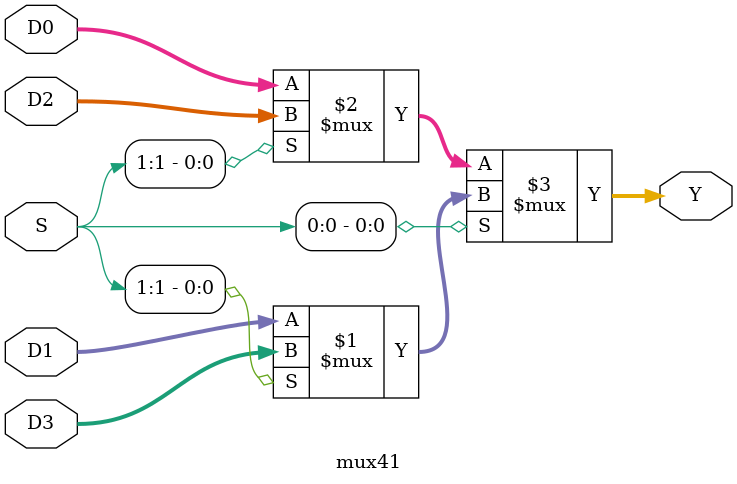
<source format=v>

module mux21(
D0,
D1,
S,
Y
);

parameter WIDTH = 32;

input [WIDTH-1:0] D0;
input [WIDTH-1:0] D1;
input S;
output [WIDTH-1:0] Y;
wire [WIDTH-1:0] D0;
wire [WIDTH-1:0] D1; 
wire S;
wire [WIDTH-1:0] Y;

assign Y = S && D1 || S && D0;
endmodule

// Author: David Foster
// Last modified: 7/5/2017
// Module name: mux41
// Module Desc: 4 to 1 32-bit (default) multiplexer
// Inputs: 
//		D0, D1, D2, D3 -  data inputs
//		S - 2 bit select line 
// Outputs: Y -  switched output
// Internal parameters: WIDTH - bit size of inputs/output
// Function: standard MUX

module mux41(
D0,	// input for S = 00
D1, // input for S = 01
D2, // input for S = 10
D3, // input for S = 11
S,  // 2-bit select line
Y	// switched output
);

parameter WIDTH = 32;

input [WIDTH-1:0] D0;
input [WIDTH-1:0] D1;
input [WIDTH-1:0] D2;
input [WIDTH-1:0] D3;  
input [1:0] S;
output [WIDTH-1:0] Y;
wire [WIDTH-1:0] D0;
wire [WIDTH-1:0] D1;
wire [WIDTH-1:0] D2;
wire [WIDTH-1:0] D3;
wire [WIDTH-1:0] Y;
wire [1:0] S;

assign Y = S[0]?(S[1]? D3:D1):(S[1]?D2:D0);
endmodule









</source>
